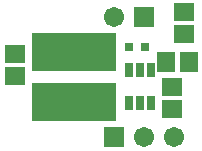
<source format=gbr>
G04 DipTrace 3.0.0.2*
G04 TopMask.gbr*
%MOIN*%
G04 #@! TF.FileFunction,Soldermask,Top*
G04 #@! TF.Part,Single*
%ADD31R,0.027717X0.031654*%
%ADD35R,0.283622X0.126142*%
%ADD37C,0.067087*%
%ADD39R,0.067087X0.067087*%
%ADD41R,0.059213X0.067087*%
%ADD43R,0.067087X0.059213*%
%ADD45R,0.031654X0.051339*%
%FSLAX26Y26*%
G04*
G70*
G90*
G75*
G01*
G04 TopMask*
%LPD*%
D45*
X856861Y578793D3*
X819459D3*
X894262D3*
X856861Y689029D3*
X819459D3*
X894262D3*
D43*
X1004646Y881811D3*
Y807008D3*
D41*
X943622Y714094D3*
X1018425D3*
D39*
X770394Y464094D3*
D37*
X870394D3*
X970394D3*
D39*
X870315Y864094D3*
D37*
X770315D3*
D35*
X635354Y581811D3*
Y747165D3*
D43*
X439291Y667244D3*
Y742047D3*
X961732Y557402D3*
Y632205D3*
D31*
X873543Y764094D3*
X818425D3*
M02*

</source>
